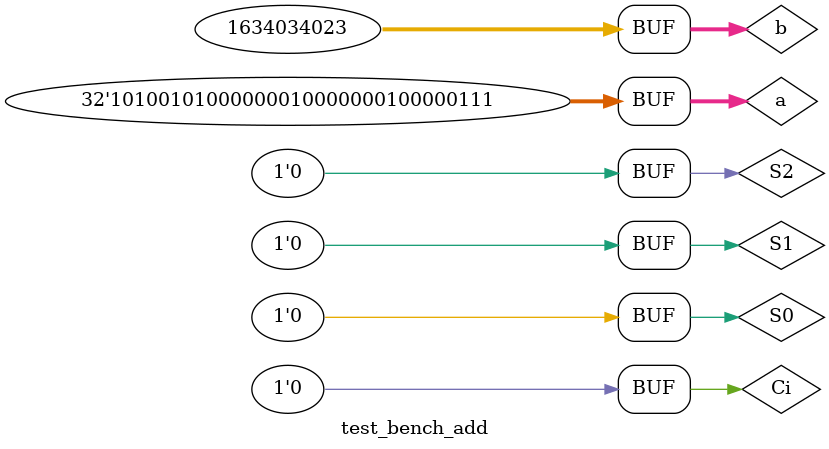
<source format=v>
`define DELAY 20
module test_bench_add();
reg [31:0]a,b; 
reg S0,S1,S2,Ci;
wire [31:0]F;
wire Co;
alu_32_bit ahmet (a, b,S0,S1,S2,Ci,F,Co);

initial begin
a = 32'b00000001000000010000000100000001; b = 32'b01100001011000010110000101100001; Ci=1'b0;  S0 = 1'b0; S1 = 1'b0; S2 = 1'b0;
#`DELAY;

a = 32'b00000001000000010000000100001111; b = 32'b01100001001000010110000001100001; Ci=1'b0;  S0 = 1'b0; S1 = 1'b0; S2 = 1'b0;
#`DELAY;

a = 32'b00100101000000010000000100000111; b = 32'b01100001011000010110000101100111; Ci=1'b0;  S0 = 1'b0; S1 = 1'b0; S2 = 1'b0;
#`DELAY;

a = 32'b10100101000000010000000100000111; b = 32'b01100001011001010110000101100111; Ci=1'b0;  S0 = 1'b0; S1 = 1'b0; S2 = 1'b0;
#`DELAY;
end

 
 
initial
begin
$monitor("time = %2d, a =%32b, b=%32b, A+B=%32b, carry_out=%1b",$time, a, b,F,Co);
end
 
endmodule
</source>
